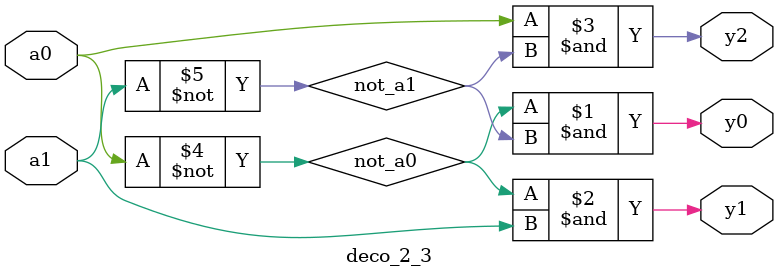
<source format=sv>
module deco_2_3

(

	input logic a0,        
	input logic a1,  
	output logic y0,	
	output logic y1,
	output logic y2

);
	
	wire logic not_a0;
	wire logic not_a1;
	
	not not0(not_a0,a0);
	not not1(not_a1,a1);
	
	and and0(y0,not_a0,not_a1);
	and and1(y1,not_a0,a1);
	and and2(y2,a0,not_a1);
	
endmodule
</source>
